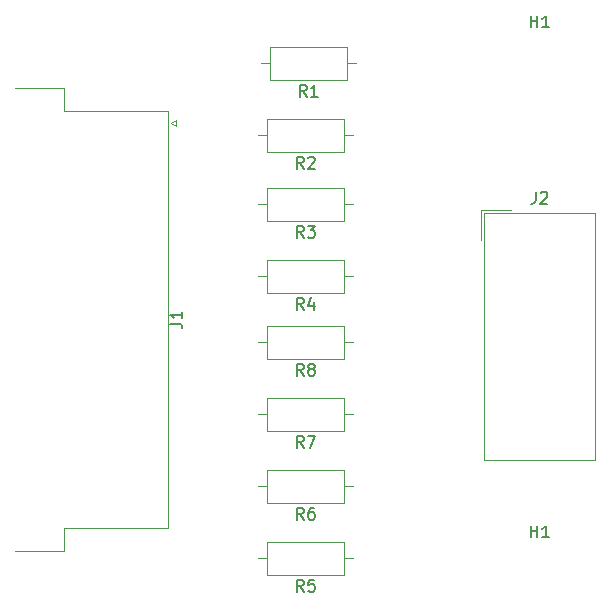
<source format=gbr>
%TF.GenerationSoftware,KiCad,Pcbnew,5.1.4-3.fc30*%
%TF.CreationDate,2019-10-13T13:52:24+02:00*%
%TF.ProjectId,bsd_programmer,6273645f-7072-46f6-9772-616d6d65722e,1.0*%
%TF.SameCoordinates,PX7eea3c0PY70276d0*%
%TF.FileFunction,Legend,Top*%
%TF.FilePolarity,Positive*%
%FSLAX46Y46*%
G04 Gerber Fmt 4.6, Leading zero omitted, Abs format (unit mm)*
G04 Created by KiCad (PCBNEW 5.1.4-3.fc30) date 2019-10-13 13:52:24*
%MOMM*%
%LPD*%
G04 APERTURE LIST*
%ADD10C,0.120000*%
%ADD11C,0.150000*%
%ADD12C,2.602000*%
%ADD13R,1.702000X1.702000*%
%ADD14C,1.702000*%
%ADD15R,1.829200X1.829200*%
%ADD16O,1.829200X1.829200*%
%ADD17O,1.702000X1.702000*%
G04 APERTURE END LIST*
D10*
%TO.C,J1*%
X328000Y46932000D02*
X4428000Y46932000D01*
X4428000Y46932000D02*
X4428000Y45002000D01*
X4428000Y45002000D02*
X13268000Y45002000D01*
X13268000Y45002000D02*
X13268000Y9642000D01*
X13268000Y9642000D02*
X4428000Y9642000D01*
X4428000Y9642000D02*
X4428000Y7712000D01*
X4428000Y7712000D02*
X328000Y7712000D01*
X13962338Y44192000D02*
X13962338Y43692000D01*
X13962338Y43692000D02*
X13529325Y43942000D01*
X13529325Y43942000D02*
X13962338Y44192000D01*
%TO.C,J2*%
X49395000Y36338000D02*
X49395000Y15478000D01*
X49395000Y15478000D02*
X40045000Y15478000D01*
X40045000Y15478000D02*
X40045000Y36338000D01*
X40045000Y36338000D02*
X49395000Y36338000D01*
X39795000Y36588000D02*
X39795000Y34048000D01*
X39795000Y36588000D02*
X42335000Y36588000D01*
%TO.C,R1*%
X28432000Y47652000D02*
X28432000Y50392000D01*
X28432000Y50392000D02*
X21892000Y50392000D01*
X21892000Y50392000D02*
X21892000Y47652000D01*
X21892000Y47652000D02*
X28432000Y47652000D01*
X29202000Y49022000D02*
X28432000Y49022000D01*
X21122000Y49022000D02*
X21892000Y49022000D01*
%TO.C,R2*%
X20868000Y42926000D02*
X21638000Y42926000D01*
X28948000Y42926000D02*
X28178000Y42926000D01*
X21638000Y41556000D02*
X28178000Y41556000D01*
X21638000Y44296000D02*
X21638000Y41556000D01*
X28178000Y44296000D02*
X21638000Y44296000D01*
X28178000Y41556000D02*
X28178000Y44296000D01*
%TO.C,R3*%
X28178000Y35714000D02*
X28178000Y38454000D01*
X28178000Y38454000D02*
X21638000Y38454000D01*
X21638000Y38454000D02*
X21638000Y35714000D01*
X21638000Y35714000D02*
X28178000Y35714000D01*
X28948000Y37084000D02*
X28178000Y37084000D01*
X20868000Y37084000D02*
X21638000Y37084000D01*
%TO.C,R4*%
X20868000Y30988000D02*
X21638000Y30988000D01*
X28948000Y30988000D02*
X28178000Y30988000D01*
X21638000Y29618000D02*
X28178000Y29618000D01*
X21638000Y32358000D02*
X21638000Y29618000D01*
X28178000Y32358000D02*
X21638000Y32358000D01*
X28178000Y29618000D02*
X28178000Y32358000D01*
%TO.C,R5*%
X28178000Y5742000D02*
X28178000Y8482000D01*
X28178000Y8482000D02*
X21638000Y8482000D01*
X21638000Y8482000D02*
X21638000Y5742000D01*
X21638000Y5742000D02*
X28178000Y5742000D01*
X28948000Y7112000D02*
X28178000Y7112000D01*
X20868000Y7112000D02*
X21638000Y7112000D01*
%TO.C,R6*%
X20868000Y13208000D02*
X21638000Y13208000D01*
X28948000Y13208000D02*
X28178000Y13208000D01*
X21638000Y11838000D02*
X28178000Y11838000D01*
X21638000Y14578000D02*
X21638000Y11838000D01*
X28178000Y14578000D02*
X21638000Y14578000D01*
X28178000Y11838000D02*
X28178000Y14578000D01*
%TO.C,R7*%
X28178000Y17934000D02*
X28178000Y20674000D01*
X28178000Y20674000D02*
X21638000Y20674000D01*
X21638000Y20674000D02*
X21638000Y17934000D01*
X21638000Y17934000D02*
X28178000Y17934000D01*
X28948000Y19304000D02*
X28178000Y19304000D01*
X20868000Y19304000D02*
X21638000Y19304000D01*
%TO.C,R8*%
X20868000Y25400000D02*
X21638000Y25400000D01*
X28948000Y25400000D02*
X28178000Y25400000D01*
X21638000Y24030000D02*
X28178000Y24030000D01*
X21638000Y26770000D02*
X21638000Y24030000D01*
X28178000Y26770000D02*
X21638000Y26770000D01*
X28178000Y24030000D02*
X28178000Y26770000D01*
%TO.C,H1*%
D11*
X43958095Y8889620D02*
X43958095Y9889620D01*
X43958095Y9413429D02*
X44529523Y9413429D01*
X44529523Y8889620D02*
X44529523Y9889620D01*
X45529523Y8889620D02*
X44958095Y8889620D01*
X45243809Y8889620D02*
X45243809Y9889620D01*
X45148571Y9746762D01*
X45053333Y9651524D01*
X44958095Y9603905D01*
X43958095Y52069620D02*
X43958095Y53069620D01*
X43958095Y52593429D02*
X44529523Y52593429D01*
X44529523Y52069620D02*
X44529523Y53069620D01*
X45529523Y52069620D02*
X44958095Y52069620D01*
X45243809Y52069620D02*
X45243809Y53069620D01*
X45148571Y52926762D01*
X45053333Y52831524D01*
X44958095Y52783905D01*
%TO.C,J1*%
X13460380Y26988667D02*
X14174666Y26988667D01*
X14317523Y26941048D01*
X14412761Y26845810D01*
X14460380Y26702953D01*
X14460380Y26607715D01*
X14460380Y27988667D02*
X14460380Y27417239D01*
X14460380Y27702953D02*
X13460380Y27702953D01*
X13603238Y27607715D01*
X13698476Y27512477D01*
X13746095Y27417239D01*
%TO.C,J2*%
X44386666Y38139620D02*
X44386666Y37425334D01*
X44339047Y37282477D01*
X44243809Y37187239D01*
X44100952Y37139620D01*
X44005714Y37139620D01*
X44815238Y38044381D02*
X44862857Y38092000D01*
X44958095Y38139620D01*
X45196190Y38139620D01*
X45291428Y38092000D01*
X45339047Y38044381D01*
X45386666Y37949143D01*
X45386666Y37853905D01*
X45339047Y37711048D01*
X44767619Y37139620D01*
X45386666Y37139620D01*
%TO.C,R1*%
X24995333Y46199620D02*
X24662000Y46675810D01*
X24423904Y46199620D02*
X24423904Y47199620D01*
X24804857Y47199620D01*
X24900095Y47152000D01*
X24947714Y47104381D01*
X24995333Y47009143D01*
X24995333Y46866286D01*
X24947714Y46771048D01*
X24900095Y46723429D01*
X24804857Y46675810D01*
X24423904Y46675810D01*
X25947714Y46199620D02*
X25376285Y46199620D01*
X25662000Y46199620D02*
X25662000Y47199620D01*
X25566761Y47056762D01*
X25471523Y46961524D01*
X25376285Y46913905D01*
%TO.C,R2*%
X24741333Y40103620D02*
X24408000Y40579810D01*
X24169904Y40103620D02*
X24169904Y41103620D01*
X24550857Y41103620D01*
X24646095Y41056000D01*
X24693714Y41008381D01*
X24741333Y40913143D01*
X24741333Y40770286D01*
X24693714Y40675048D01*
X24646095Y40627429D01*
X24550857Y40579810D01*
X24169904Y40579810D01*
X25122285Y41008381D02*
X25169904Y41056000D01*
X25265142Y41103620D01*
X25503238Y41103620D01*
X25598476Y41056000D01*
X25646095Y41008381D01*
X25693714Y40913143D01*
X25693714Y40817905D01*
X25646095Y40675048D01*
X25074666Y40103620D01*
X25693714Y40103620D01*
%TO.C,R3*%
X24741333Y34261620D02*
X24408000Y34737810D01*
X24169904Y34261620D02*
X24169904Y35261620D01*
X24550857Y35261620D01*
X24646095Y35214000D01*
X24693714Y35166381D01*
X24741333Y35071143D01*
X24741333Y34928286D01*
X24693714Y34833048D01*
X24646095Y34785429D01*
X24550857Y34737810D01*
X24169904Y34737810D01*
X25074666Y35261620D02*
X25693714Y35261620D01*
X25360380Y34880667D01*
X25503238Y34880667D01*
X25598476Y34833048D01*
X25646095Y34785429D01*
X25693714Y34690191D01*
X25693714Y34452096D01*
X25646095Y34356858D01*
X25598476Y34309239D01*
X25503238Y34261620D01*
X25217523Y34261620D01*
X25122285Y34309239D01*
X25074666Y34356858D01*
%TO.C,R4*%
X24741333Y28165620D02*
X24408000Y28641810D01*
X24169904Y28165620D02*
X24169904Y29165620D01*
X24550857Y29165620D01*
X24646095Y29118000D01*
X24693714Y29070381D01*
X24741333Y28975143D01*
X24741333Y28832286D01*
X24693714Y28737048D01*
X24646095Y28689429D01*
X24550857Y28641810D01*
X24169904Y28641810D01*
X25598476Y28832286D02*
X25598476Y28165620D01*
X25360380Y29213239D02*
X25122285Y28498953D01*
X25741333Y28498953D01*
%TO.C,R5*%
X24741333Y4289620D02*
X24408000Y4765810D01*
X24169904Y4289620D02*
X24169904Y5289620D01*
X24550857Y5289620D01*
X24646095Y5242000D01*
X24693714Y5194381D01*
X24741333Y5099143D01*
X24741333Y4956286D01*
X24693714Y4861048D01*
X24646095Y4813429D01*
X24550857Y4765810D01*
X24169904Y4765810D01*
X25646095Y5289620D02*
X25169904Y5289620D01*
X25122285Y4813429D01*
X25169904Y4861048D01*
X25265142Y4908667D01*
X25503238Y4908667D01*
X25598476Y4861048D01*
X25646095Y4813429D01*
X25693714Y4718191D01*
X25693714Y4480096D01*
X25646095Y4384858D01*
X25598476Y4337239D01*
X25503238Y4289620D01*
X25265142Y4289620D01*
X25169904Y4337239D01*
X25122285Y4384858D01*
%TO.C,R6*%
X24741333Y10385620D02*
X24408000Y10861810D01*
X24169904Y10385620D02*
X24169904Y11385620D01*
X24550857Y11385620D01*
X24646095Y11338000D01*
X24693714Y11290381D01*
X24741333Y11195143D01*
X24741333Y11052286D01*
X24693714Y10957048D01*
X24646095Y10909429D01*
X24550857Y10861810D01*
X24169904Y10861810D01*
X25598476Y11385620D02*
X25408000Y11385620D01*
X25312761Y11338000D01*
X25265142Y11290381D01*
X25169904Y11147524D01*
X25122285Y10957048D01*
X25122285Y10576096D01*
X25169904Y10480858D01*
X25217523Y10433239D01*
X25312761Y10385620D01*
X25503238Y10385620D01*
X25598476Y10433239D01*
X25646095Y10480858D01*
X25693714Y10576096D01*
X25693714Y10814191D01*
X25646095Y10909429D01*
X25598476Y10957048D01*
X25503238Y11004667D01*
X25312761Y11004667D01*
X25217523Y10957048D01*
X25169904Y10909429D01*
X25122285Y10814191D01*
%TO.C,R7*%
X24741333Y16481620D02*
X24408000Y16957810D01*
X24169904Y16481620D02*
X24169904Y17481620D01*
X24550857Y17481620D01*
X24646095Y17434000D01*
X24693714Y17386381D01*
X24741333Y17291143D01*
X24741333Y17148286D01*
X24693714Y17053048D01*
X24646095Y17005429D01*
X24550857Y16957810D01*
X24169904Y16957810D01*
X25074666Y17481620D02*
X25741333Y17481620D01*
X25312761Y16481620D01*
%TO.C,R8*%
X24741333Y22577620D02*
X24408000Y23053810D01*
X24169904Y22577620D02*
X24169904Y23577620D01*
X24550857Y23577620D01*
X24646095Y23530000D01*
X24693714Y23482381D01*
X24741333Y23387143D01*
X24741333Y23244286D01*
X24693714Y23149048D01*
X24646095Y23101429D01*
X24550857Y23053810D01*
X24169904Y23053810D01*
X25312761Y23149048D02*
X25217523Y23196667D01*
X25169904Y23244286D01*
X25122285Y23339524D01*
X25122285Y23387143D01*
X25169904Y23482381D01*
X25217523Y23530000D01*
X25312761Y23577620D01*
X25503238Y23577620D01*
X25598476Y23530000D01*
X25646095Y23482381D01*
X25693714Y23387143D01*
X25693714Y23339524D01*
X25646095Y23244286D01*
X25598476Y23196667D01*
X25503238Y23149048D01*
X25312761Y23149048D01*
X25217523Y23101429D01*
X25169904Y23053810D01*
X25122285Y22958572D01*
X25122285Y22768096D01*
X25169904Y22672858D01*
X25217523Y22625239D01*
X25312761Y22577620D01*
X25503238Y22577620D01*
X25598476Y22625239D01*
X25646095Y22672858D01*
X25693714Y22768096D01*
X25693714Y22958572D01*
X25646095Y23053810D01*
X25598476Y23101429D01*
X25503238Y23149048D01*
%TD*%
%LPC*%
D12*
%TO.C,H1*%
X44720000Y5842000D03*
%TD*%
%TO.C,H1*%
X44720000Y49022000D03*
%TD*%
D13*
%TO.C,J1*%
X12208000Y43942000D03*
D14*
X12208000Y41172000D03*
X12208000Y38402000D03*
X12208000Y35632000D03*
X12208000Y32862000D03*
X12208000Y30092000D03*
X12208000Y27322000D03*
X12208000Y24552000D03*
X12208000Y21782000D03*
X12208000Y19012000D03*
X12208000Y16242000D03*
X12208000Y13472000D03*
X12208000Y10702000D03*
X9668000Y42557000D03*
X9668000Y39787000D03*
X9668000Y37017000D03*
X9668000Y34247000D03*
X9668000Y31477000D03*
X9668000Y28707000D03*
X9668000Y25937000D03*
X9668000Y23167000D03*
X9668000Y20397000D03*
X9668000Y17627000D03*
X9668000Y14857000D03*
X9668000Y12087000D03*
%TD*%
D15*
%TO.C,J2*%
X43450000Y30988000D03*
D16*
X45990000Y30988000D03*
X43450000Y28448000D03*
X45990000Y28448000D03*
X43450000Y25908000D03*
X45990000Y25908000D03*
X43450000Y23368000D03*
X45990000Y23368000D03*
X43450000Y20828000D03*
X45990000Y20828000D03*
%TD*%
D14*
%TO.C,R1*%
X30242000Y49022000D03*
D17*
X20082000Y49022000D03*
%TD*%
%TO.C,R2*%
X19828000Y42926000D03*
D14*
X29988000Y42926000D03*
%TD*%
%TO.C,R3*%
X29988000Y37084000D03*
D17*
X19828000Y37084000D03*
%TD*%
%TO.C,R4*%
X19828000Y30988000D03*
D14*
X29988000Y30988000D03*
%TD*%
%TO.C,R5*%
X29988000Y7112000D03*
D17*
X19828000Y7112000D03*
%TD*%
%TO.C,R6*%
X19828000Y13208000D03*
D14*
X29988000Y13208000D03*
%TD*%
%TO.C,R7*%
X29988000Y19304000D03*
D17*
X19828000Y19304000D03*
%TD*%
%TO.C,R8*%
X19828000Y25400000D03*
D14*
X29988000Y25400000D03*
%TD*%
M02*

</source>
